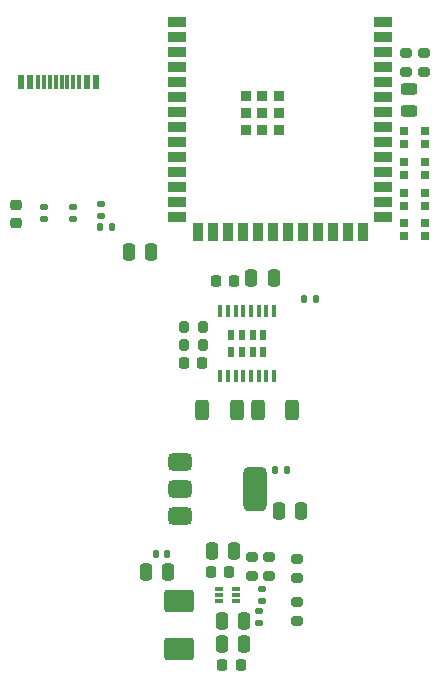
<source format=gtp>
G04 #@! TF.GenerationSoftware,KiCad,Pcbnew,9.0.0*
G04 #@! TF.CreationDate,2025-07-02T14:57:14+08:00*
G04 #@! TF.ProjectId,ESPNOW,4553504e-4f57-42e6-9b69-6361645f7063,rev?*
G04 #@! TF.SameCoordinates,Original*
G04 #@! TF.FileFunction,Paste,Top*
G04 #@! TF.FilePolarity,Positive*
%FSLAX46Y46*%
G04 Gerber Fmt 4.6, Leading zero omitted, Abs format (unit mm)*
G04 Created by KiCad (PCBNEW 9.0.0) date 2025-07-02 14:57:14*
%MOMM*%
%LPD*%
G01*
G04 APERTURE LIST*
G04 Aperture macros list*
%AMRoundRect*
0 Rectangle with rounded corners*
0 $1 Rounding radius*
0 $2 $3 $4 $5 $6 $7 $8 $9 X,Y pos of 4 corners*
0 Add a 4 corners polygon primitive as box body*
4,1,4,$2,$3,$4,$5,$6,$7,$8,$9,$2,$3,0*
0 Add four circle primitives for the rounded corners*
1,1,$1+$1,$2,$3*
1,1,$1+$1,$4,$5*
1,1,$1+$1,$6,$7*
1,1,$1+$1,$8,$9*
0 Add four rect primitives between the rounded corners*
20,1,$1+$1,$2,$3,$4,$5,0*
20,1,$1+$1,$4,$5,$6,$7,0*
20,1,$1+$1,$6,$7,$8,$9,0*
20,1,$1+$1,$8,$9,$2,$3,0*%
G04 Aperture macros list end*
%ADD10RoundRect,0.200000X-0.275000X0.200000X-0.275000X-0.200000X0.275000X-0.200000X0.275000X0.200000X0*%
%ADD11RoundRect,0.250000X-1.000000X0.700000X-1.000000X-0.700000X1.000000X-0.700000X1.000000X0.700000X0*%
%ADD12R,0.600000X1.240000*%
%ADD13R,0.300000X1.240000*%
%ADD14R,0.450000X1.050000*%
%ADD15R,0.537000X0.882000*%
%ADD16RoundRect,0.200000X0.200000X0.275000X-0.200000X0.275000X-0.200000X-0.275000X0.200000X-0.275000X0*%
%ADD17RoundRect,0.375000X-0.625000X-0.375000X0.625000X-0.375000X0.625000X0.375000X-0.625000X0.375000X0*%
%ADD18RoundRect,0.500000X-0.500000X-1.400000X0.500000X-1.400000X0.500000X1.400000X-0.500000X1.400000X0*%
%ADD19RoundRect,0.135000X-0.185000X0.135000X-0.185000X-0.135000X0.185000X-0.135000X0.185000X0.135000X0*%
%ADD20R,0.700000X0.700000*%
%ADD21RoundRect,0.250000X-0.250000X-0.475000X0.250000X-0.475000X0.250000X0.475000X-0.250000X0.475000X0*%
%ADD22RoundRect,0.250000X-0.312500X-0.625000X0.312500X-0.625000X0.312500X0.625000X-0.312500X0.625000X0*%
%ADD23RoundRect,0.250000X0.312500X0.625000X-0.312500X0.625000X-0.312500X-0.625000X0.312500X-0.625000X0*%
%ADD24RoundRect,0.087500X-0.250000X-0.087500X0.250000X-0.087500X0.250000X0.087500X-0.250000X0.087500X0*%
%ADD25RoundRect,0.140000X0.140000X0.170000X-0.140000X0.170000X-0.140000X-0.170000X0.140000X-0.170000X0*%
%ADD26RoundRect,0.225000X-0.225000X-0.250000X0.225000X-0.250000X0.225000X0.250000X-0.225000X0.250000X0*%
%ADD27RoundRect,0.200000X0.275000X-0.200000X0.275000X0.200000X-0.275000X0.200000X-0.275000X-0.200000X0*%
%ADD28RoundRect,0.200000X-0.200000X-0.275000X0.200000X-0.275000X0.200000X0.275000X-0.200000X0.275000X0*%
%ADD29RoundRect,0.250000X0.250000X0.475000X-0.250000X0.475000X-0.250000X-0.475000X0.250000X-0.475000X0*%
%ADD30RoundRect,0.243750X0.456250X-0.243750X0.456250X0.243750X-0.456250X0.243750X-0.456250X-0.243750X0*%
%ADD31RoundRect,0.140000X-0.140000X-0.170000X0.140000X-0.170000X0.140000X0.170000X-0.140000X0.170000X0*%
%ADD32R,1.500000X0.900000*%
%ADD33R,0.900000X1.500000*%
%ADD34R,0.900000X0.900000*%
%ADD35RoundRect,0.135000X-0.135000X-0.185000X0.135000X-0.185000X0.135000X0.185000X-0.135000X0.185000X0*%
%ADD36RoundRect,0.140000X0.170000X-0.140000X0.170000X0.140000X-0.170000X0.140000X-0.170000X-0.140000X0*%
%ADD37RoundRect,0.135000X0.185000X-0.135000X0.185000X0.135000X-0.185000X0.135000X-0.185000X-0.135000X0*%
%ADD38RoundRect,0.225000X-0.250000X0.225000X-0.250000X-0.225000X0.250000X-0.225000X0.250000X0.225000X0*%
%ADD39RoundRect,0.225000X0.225000X0.250000X-0.225000X0.250000X-0.225000X-0.250000X0.225000X-0.250000X0*%
G04 APERTURE END LIST*
D10*
X188500000Y-109350000D03*
X188500000Y-111000000D03*
D11*
X182310000Y-113050000D03*
X182310000Y-117150000D03*
D12*
X175350000Y-69170000D03*
X174550000Y-69170000D03*
D13*
X173400000Y-69170000D03*
X172400000Y-69170000D03*
X171900000Y-69170000D03*
X170900000Y-69170000D03*
D12*
X169750000Y-69170000D03*
X168950000Y-69170000D03*
X168950000Y-69170000D03*
X169750000Y-69170000D03*
D13*
X170400000Y-69170000D03*
X171400000Y-69170000D03*
X172900000Y-69170000D03*
X173900000Y-69170000D03*
D12*
X174550000Y-69170000D03*
X175350000Y-69170000D03*
D14*
X185847500Y-94067500D03*
X186497500Y-94067500D03*
X187147500Y-94067500D03*
X187797500Y-94067500D03*
X188447500Y-94067500D03*
X189097500Y-94067500D03*
X189747500Y-94067500D03*
X190397500Y-94067500D03*
X190397500Y-88517500D03*
X189747500Y-88517500D03*
X189097500Y-88517500D03*
X188447500Y-88517500D03*
X187797500Y-88517500D03*
X187147500Y-88517500D03*
X186497500Y-88517500D03*
X185847500Y-88517500D03*
D15*
X186780000Y-92027500D03*
X187675000Y-92027500D03*
X188570000Y-92027500D03*
X189465000Y-92027500D03*
X186780000Y-90557500D03*
X187675000Y-90557500D03*
X188570000Y-90557500D03*
X189465000Y-90557500D03*
D16*
X184375000Y-89900000D03*
X182725000Y-89900000D03*
D10*
X192300000Y-113137500D03*
X192300000Y-114787500D03*
D17*
X182450000Y-101300000D03*
X182450000Y-103600000D03*
D18*
X188750000Y-103600000D03*
D17*
X182450000Y-105900000D03*
D19*
X173350000Y-79730000D03*
X173350000Y-80750000D03*
D20*
X203195000Y-76997500D03*
X203195000Y-75897500D03*
X201365000Y-75897500D03*
X201365000Y-76997500D03*
D21*
X185950000Y-114750000D03*
X187850000Y-114750000D03*
D22*
X189010000Y-96900000D03*
X191935000Y-96900000D03*
D20*
X203195000Y-82197500D03*
X203195000Y-81097500D03*
X201365000Y-81097500D03*
X201365000Y-82197500D03*
D23*
X187230000Y-96900000D03*
X184305000Y-96900000D03*
D24*
X185755000Y-112100000D03*
X185755000Y-112600000D03*
X185755000Y-113100000D03*
X187180000Y-113100000D03*
X187180000Y-112600000D03*
X187180000Y-112100000D03*
D25*
X181320000Y-109100000D03*
X180360000Y-109100000D03*
D21*
X185100000Y-108850000D03*
X187000000Y-108850000D03*
D26*
X185450000Y-86000000D03*
X187000000Y-86000000D03*
D27*
X190000000Y-111000000D03*
X190000000Y-109350000D03*
D21*
X185950000Y-116750000D03*
X187850000Y-116750000D03*
D28*
X182725000Y-91400000D03*
X184375000Y-91400000D03*
D29*
X181420000Y-110600000D03*
X179520000Y-110600000D03*
D10*
X192300000Y-109512500D03*
X192300000Y-111162500D03*
D30*
X201800000Y-71612500D03*
X201800000Y-69737500D03*
D29*
X190350000Y-85760000D03*
X188450000Y-85760000D03*
D31*
X190500000Y-101950000D03*
X191460000Y-101950000D03*
D20*
X203195000Y-79597500D03*
X203195000Y-78497500D03*
X201365000Y-78497500D03*
X201365000Y-79597500D03*
D19*
X170950000Y-79730000D03*
X170950000Y-80750000D03*
D20*
X203195000Y-74397500D03*
X203195000Y-73297500D03*
X201365000Y-73297500D03*
X201365000Y-74397500D03*
D32*
X182150000Y-64040000D03*
X182150000Y-65310000D03*
X182150000Y-66580000D03*
X182150000Y-67850000D03*
X182150000Y-69120000D03*
X182150000Y-70390000D03*
X182150000Y-71660000D03*
X182150000Y-72930000D03*
X182150000Y-74200000D03*
X182150000Y-75470000D03*
X182150000Y-76740000D03*
X182150000Y-78010000D03*
X182150000Y-79280000D03*
X182150000Y-80550000D03*
D33*
X183915000Y-81800000D03*
X185185000Y-81800000D03*
X186455000Y-81800000D03*
X187725000Y-81800000D03*
X188995000Y-81800000D03*
X190265000Y-81800000D03*
X191535000Y-81800000D03*
X192805000Y-81800000D03*
X194075000Y-81800000D03*
X195345000Y-81800000D03*
X196615000Y-81800000D03*
X197885000Y-81800000D03*
D32*
X199650000Y-80550000D03*
X199650000Y-79280000D03*
X199650000Y-78010000D03*
X199650000Y-76740000D03*
X199650000Y-75470000D03*
X199650000Y-74200000D03*
X199650000Y-72930000D03*
X199650000Y-71660000D03*
X199650000Y-70390000D03*
X199650000Y-69120000D03*
X199650000Y-67850000D03*
X199650000Y-66580000D03*
X199650000Y-65310000D03*
X199650000Y-64040000D03*
D34*
X188000000Y-70360000D03*
X188000000Y-71760000D03*
X188000000Y-73160000D03*
X188000000Y-73160000D03*
X189400000Y-70360000D03*
X189400000Y-70360000D03*
X189400000Y-71760000D03*
X189400000Y-73160000D03*
X190800000Y-70360000D03*
X190800000Y-71760000D03*
X190800000Y-73160000D03*
D29*
X180010000Y-83560000D03*
X178110000Y-83560000D03*
D10*
X203050000Y-66675000D03*
X203050000Y-68325000D03*
D35*
X175680000Y-81400000D03*
X176700000Y-81400000D03*
D10*
X201550000Y-66650000D03*
X201550000Y-68300000D03*
D35*
X192890000Y-87500000D03*
X193910000Y-87500000D03*
D19*
X189100000Y-113950000D03*
X189100000Y-114970000D03*
D36*
X189350000Y-113060000D03*
X189350000Y-112100000D03*
D37*
X175740000Y-80510000D03*
X175740000Y-79490000D03*
D26*
X185040000Y-110600000D03*
X186590000Y-110600000D03*
D38*
X168550000Y-79525000D03*
X168550000Y-81075000D03*
D39*
X184320000Y-92915000D03*
X182770000Y-92915000D03*
D26*
X186000000Y-118500000D03*
X187550000Y-118500000D03*
D21*
X190790000Y-105460000D03*
X192690000Y-105460000D03*
M02*

</source>
